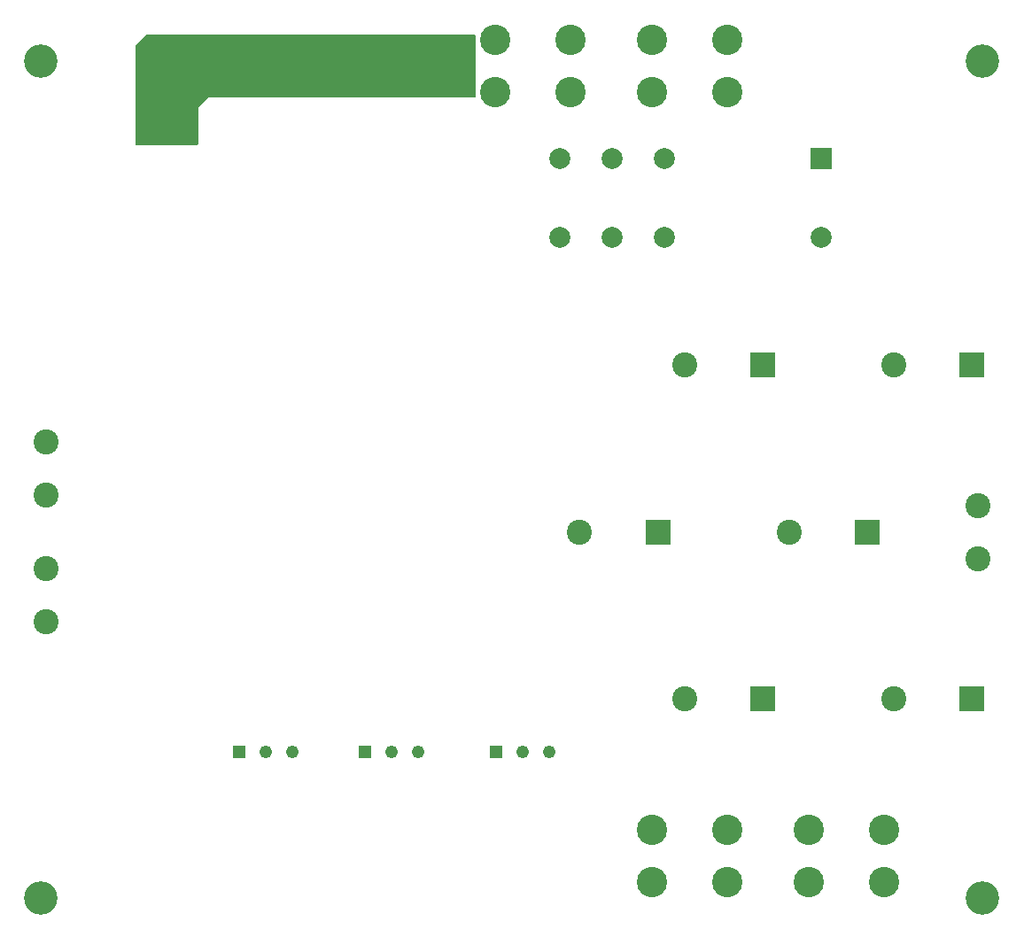
<source format=gbr>
%TF.GenerationSoftware,KiCad,Pcbnew,9.0.0*%
%TF.CreationDate,2025-08-07T11:31:08+08:00*%
%TF.ProjectId,Regen Clamp,52656765-6e20-4436-9c61-6d702e6b6963,1.1*%
%TF.SameCoordinates,PXa7d8c00PY8c30ac0*%
%TF.FileFunction,Soldermask,Bot*%
%TF.FilePolarity,Negative*%
%FSLAX46Y46*%
G04 Gerber Fmt 4.6, Leading zero omitted, Abs format (unit mm)*
G04 Created by KiCad (PCBNEW 9.0.0) date 2025-08-07 11:31:08*
%MOMM*%
%LPD*%
G01*
G04 APERTURE LIST*
%ADD10C,2.400000*%
%ADD11C,2.900000*%
%ADD12C,2.000000*%
%ADD13R,2.000000X2.000000*%
%ADD14R,1.218000X1.218000*%
%ADD15C,1.218000*%
%ADD16C,3.200000*%
%ADD17R,2.400000X2.400000*%
G04 APERTURE END LIST*
D10*
%TO.C,J2*%
X5500000Y36500000D03*
X5500000Y31420000D03*
%TD*%
%TO.C,J5*%
X94500000Y37460000D03*
X94500000Y42540000D03*
%TD*%
D11*
%TO.C,J3*%
X78400000Y11500000D03*
X78400000Y6500000D03*
X85600000Y11500000D03*
X85600000Y6500000D03*
%TD*%
D10*
%TO.C,J1*%
X5500000Y48580000D03*
X5500000Y43500000D03*
%TD*%
D12*
%TO.C,K1*%
X59537500Y75687500D03*
X59537500Y68187500D03*
X64537500Y75687500D03*
X64537500Y68187500D03*
X54537500Y75687500D03*
X54537500Y68187500D03*
D13*
X79537500Y75687500D03*
D12*
X79537500Y68187500D03*
%TD*%
D14*
%TO.C,RV2*%
X35960000Y19000000D03*
D15*
X38500000Y19000000D03*
X41040000Y19000000D03*
%TD*%
D16*
%TO.C,H2*%
X5000000Y5000000D03*
%TD*%
D17*
%TO.C,C23*%
X63977780Y40000000D03*
D10*
X56477780Y40000000D03*
%TD*%
D17*
%TO.C,C22*%
X73977780Y24000000D03*
D10*
X66477780Y24000000D03*
%TD*%
D11*
%TO.C,J4*%
X63400000Y11500000D03*
X63400000Y6500000D03*
X70600000Y11500000D03*
X70600000Y6500000D03*
%TD*%
D14*
%TO.C,RV1*%
X48460000Y19000000D03*
D15*
X51000000Y19000000D03*
X53540000Y19000000D03*
%TD*%
D16*
%TO.C,H1*%
X5000000Y85000000D03*
%TD*%
D17*
%TO.C,C19*%
X83977780Y40000000D03*
D10*
X76477780Y40000000D03*
%TD*%
D17*
%TO.C,C20*%
X93977780Y56000000D03*
D10*
X86477780Y56000000D03*
%TD*%
D16*
%TO.C,H3*%
X95000000Y5000000D03*
%TD*%
%TO.C,H4*%
X95000000Y85000000D03*
%TD*%
D11*
%TO.C,J7*%
X70600000Y82000000D03*
X70600000Y87000000D03*
X63400000Y82000000D03*
X63400000Y87000000D03*
%TD*%
%TO.C,J6*%
X55600000Y82000000D03*
X55600000Y87000000D03*
X48400000Y82000000D03*
X48400000Y87000000D03*
%TD*%
D14*
%TO.C,RV3*%
X23960000Y19000000D03*
D15*
X26500000Y19000000D03*
X29040000Y19000000D03*
%TD*%
D17*
%TO.C,C24*%
X93977780Y24000000D03*
D10*
X86477780Y24000000D03*
%TD*%
D17*
%TO.C,C21*%
X73977780Y56000000D03*
D10*
X66477780Y56000000D03*
%TD*%
G36*
X46481694Y87481694D02*
G01*
X46500000Y87437500D01*
X46500000Y81562500D01*
X46481694Y81518306D01*
X46437500Y81500000D01*
X21000000Y81500000D01*
X20000000Y80500000D01*
X20000000Y77062500D01*
X19981694Y77018306D01*
X19937500Y77000000D01*
X14062500Y77000000D01*
X14018306Y77018306D01*
X14000000Y77062500D01*
X14000000Y86474112D01*
X14018306Y86518306D01*
X14981694Y87481694D01*
X15025888Y87500000D01*
X46437500Y87500000D01*
X46481694Y87481694D01*
G37*
M02*

</source>
